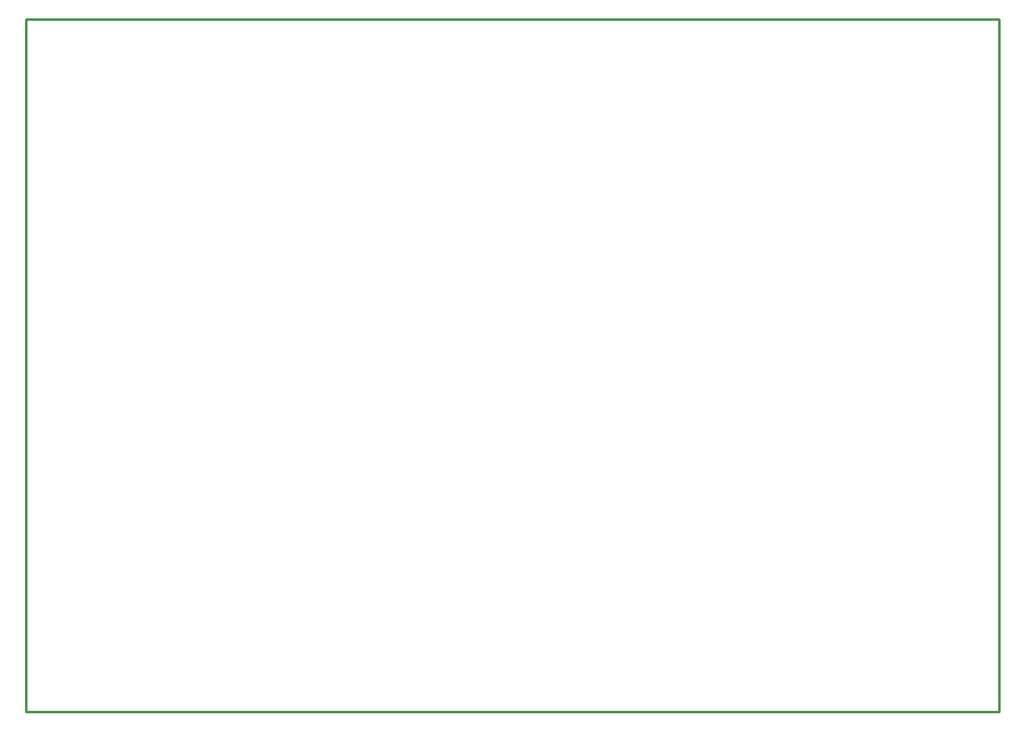
<source format=gko>
G04 ---------------------------- Layer name :KeepOutLayer *
G04 easyEDA 0.1*
G04 Scale: 100 percent, Rotated: No, Reflected: No *
G04 Dimensions in inches *
G04 leading zeros omitted , absolute positions ,2 integer and 4 * 
%FSLAX24Y24*%
%MOIN*%
G90*
G70D02*

%ADD10C,0.010000*%
G54D10*
G01X0Y55400D02*
G01X0Y27700D01*
G01X38900Y27700D01*
G01X38900Y55400D01*
G01X0Y55400D01*

%LPD*%

M00*
M02*
</source>
